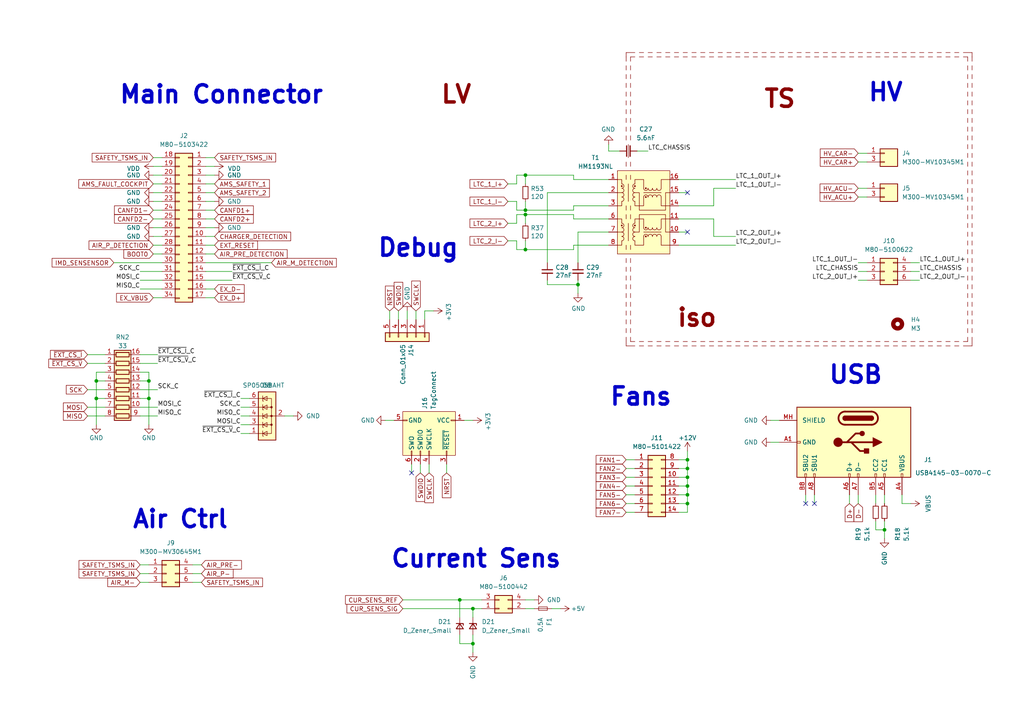
<source format=kicad_sch>
(kicad_sch (version 20230121) (generator eeschema)
  (paper "A4")
  (junction (at 27.94 110.49))
  (junction (at 152.4 62.23))
  (junction (at 152.4 50.8))
  (junction (at 167.64 82.55))
  (junction (at 199.39 143.51))
  (junction (at 199.39 146.05))
  (junction (at 43.18 115.57))
  (junction (at 152.4 72.39))
  (junction (at 43.18 110.49))
  (junction (at 137.16 176.53))
  (junction (at 199.39 138.43))
  (junction (at 133.35 173.99))
  (junction (at 137.16 186.69))
  (junction (at 199.39 135.89))
  (junction (at 199.39 133.35))
  (junction (at 256.54 153.67))
  (junction (at 199.39 140.97))
  (junction (at 152.4 60.96))
  (junction (at 27.94 115.57))
  (no_connect (at 119.38 137.16))
  (no_connect (at 236.22 146.05))
  (no_connect (at 233.68 146.05))
  (no_connect (at 199.39 67.31))
  (no_connect (at 199.39 55.88))
  (wire (pts (xy 154.94 173.99) (xy 152.4 173.99)))
  (polyline (pts (xy 226.06 16.51) (xy 227.33 16.51)) (stroke (width 0.15) (color 132 0 0 1)))
  (polyline (pts (xy 182.245 41.91) (xy 182.245 45.72)) (stroke (width 0.15) (color 132 0 0 1)))
  (wire (pts (xy 154.94 176.53) (xy 152.4 176.53)))
  (polyline (pts (xy 200.66 16.51) (xy 201.93 16.51)) (stroke (width 0.15) (color 132 0 0 1)))
  (polyline (pts (xy 181.61 36.83) (xy 181.61 38.1)) (stroke (width 0.15) (color 132 0 0 1)))
  (polyline (pts (xy 280.67 80.01) (xy 280.67 81.28)) (stroke (width 0.15) (color 132 0 0 1)))
  (polyline (pts (xy 276.86 16.51) (xy 278.13 16.51)) (stroke (width 0.15) (color 132 0 0 1)))
  (polyline (pts (xy 247.65 16.51) (xy 246.38 16.51)) (stroke (width 0.15) (color 132 0 0 1)))
  (polyline (pts (xy 281.94 77.47) (xy 281.94 78.74)) (stroke (width 0.15) (color 132 0 0 1)))
  (polyline (pts (xy 279.4 15.24) (xy 281.94 15.24)) (stroke (width 0.15) (color 132 0 0 1)))
  (wire (pts (xy 199.39 138.43) (xy 199.39 135.89)))
  (wire (pts (xy 152.4 60.96) (xy 166.37 60.96)))
  (polyline (pts (xy 281.94 58.42) (xy 281.94 57.15)) (stroke (width 0.15) (color 132 0 0 1)))
  (wire (pts (xy 213.36 52.07) (xy 196.85 52.07)))
  (polyline (pts (xy 189.23 99.06) (xy 187.96 99.06)) (stroke (width 0.15) (color 132 0 0 1)))
  (polyline (pts (xy 281.94 87.63) (xy 281.94 88.9)) (stroke (width 0.15) (color 132 0 0 1)))
  (polyline (pts (xy 204.47 99.06) (xy 203.2 99.06)) (stroke (width 0.15) (color 132 0 0 1)))
  (wire (pts (xy 152.4 53.34) (xy 152.4 50.8)))
  (wire (pts (xy 43.18 123.19) (xy 43.18 115.57)))
  (polyline (pts (xy 265.43 100.33) (xy 264.16 100.33)) (stroke (width 0.15) (color 132 0 0 1)))
  (polyline (pts (xy 247.65 15.24) (xy 246.38 15.24)) (stroke (width 0.15) (color 132 0 0 1)))
  (wire (pts (xy 256.54 151.13) (xy 256.54 153.67)))
  (polyline (pts (xy 245.11 16.51) (xy 243.84 16.51)) (stroke (width 0.15) (color 132 0 0 1)))
  (wire (pts (xy 167.64 67.31) (xy 176.53 67.31)))
  (wire (pts (xy 149.86 72.39) (xy 152.4 72.39)))
  (polyline (pts (xy 236.22 16.51) (xy 237.49 16.51)) (stroke (width 0.15) (color 132 0 0 1)))
  (wire (pts (xy 248.92 76.2) (xy 251.46 76.2)))
  (polyline (pts (xy 280.67 46.99) (xy 280.67 48.26)) (stroke (width 0.15) (color 132 0 0 1)))
  (polyline (pts (xy 194.31 100.33) (xy 193.04 100.33)) (stroke (width 0.15) (color 132 0 0 1)))
  (polyline (pts (xy 256.54 99.06) (xy 257.81 99.06)) (stroke (width 0.15) (color 132 0 0 1)))
  (wire (pts (xy 40.64 105.41) (xy 45.72 105.41)))
  (wire (pts (xy 248.92 143.51) (xy 248.92 146.05)))
  (wire (pts (xy 25.4 105.41) (xy 30.48 105.41)))
  (wire (pts (xy 59.69 68.58) (xy 62.23 68.58)))
  (wire (pts (xy 236.22 143.51) (xy 236.22 146.05)))
  (wire (pts (xy 199.39 143.51) (xy 196.85 143.51)))
  (polyline (pts (xy 281.94 36.83) (xy 281.94 38.1)) (stroke (width 0.15) (color 132 0 0 1)))
  (wire (pts (xy 133.35 173.99) (xy 133.35 179.07)))
  (polyline (pts (xy 281.94 17.78) (xy 281.94 16.51)) (stroke (width 0.15) (color 132 0 0 1)))
  (polyline (pts (xy 281.94 29.21) (xy 281.94 30.48)) (stroke (width 0.15) (color 132 0 0 1)))
  (polyline (pts (xy 281.94 34.29) (xy 281.94 35.56)) (stroke (width 0.15) (color 132 0 0 1)))
  (polyline (pts (xy 251.46 99.06) (xy 252.73 99.06)) (stroke (width 0.15) (color 132 0 0 1)))
  (wire (pts (xy 137.16 121.92) (xy 134.62 121.92)))
  (polyline (pts (xy 280.67 34.29) (xy 280.67 35.56)) (stroke (width 0.15) (color 132 0 0 1)))
  (wire (pts (xy 152.4 50.8) (xy 166.37 50.8)))
  (polyline (pts (xy 214.63 99.06) (xy 213.36 99.06)) (stroke (width 0.15) (color 132 0 0 1)))
  (polyline (pts (xy 280.67 20.32) (xy 280.67 19.05)) (stroke (width 0.15) (color 132 0 0 1)))
  (polyline (pts (xy 182.88 39.37) (xy 182.88 40.64)) (stroke (width 0.15) (color 132 0 0 1)))
  (polyline (pts (xy 189.23 16.51) (xy 187.96 16.51)) (stroke (width 0.15) (color 132 0 0 1)))
  (wire (pts (xy 44.45 68.58) (xy 46.99 68.58)))
  (wire (pts (xy 152.4 50.8) (xy 149.86 50.8)))
  (polyline (pts (xy 280.67 39.37) (xy 280.67 40.64)) (stroke (width 0.15) (color 132 0 0 1)))
  (polyline (pts (xy 181.61 90.17) (xy 181.61 91.44)) (stroke (width 0.15) (color 132 0 0 1)))
  (polyline (pts (xy 259.08 99.06) (xy 260.35 99.06)) (stroke (width 0.15) (color 132 0 0 1)))
  (polyline (pts (xy 280.67 68.58) (xy 280.67 67.31)) (stroke (width 0.15) (color 132 0 0 1)))
  (polyline (pts (xy 254 100.33) (xy 255.27 100.33)) (stroke (width 0.15) (color 132 0 0 1)))
  (polyline (pts (xy 259.08 100.33) (xy 260.35 100.33)) (stroke (width 0.15) (color 132 0 0 1)))
  (polyline (pts (xy 181.61 80.01) (xy 181.61 81.28)) (stroke (width 0.15) (color 132 0 0 1)))
  (polyline (pts (xy 189.23 100.33) (xy 187.96 100.33)) (stroke (width 0.15) (color 132 0 0 1)))
  (polyline (pts (xy 273.05 99.06) (xy 271.78 99.06)) (stroke (width 0.15) (color 132 0 0 1)))
  (wire (pts (xy 59.69 76.2) (xy 78.74 76.2)))
  (polyline (pts (xy 203.2 15.24) (xy 204.47 15.24)) (stroke (width 0.15) (color 132 0 0 1)))
  (polyline (pts (xy 280.67 27.94) (xy 280.67 26.67)) (stroke (width 0.15) (color 132 0 0 1)))
  (polyline (pts (xy 181.61 82.55) (xy 181.61 83.82)) (stroke (width 0.15) (color 132 0 0 1)))
  (wire (pts (xy 167.64 85.09) (xy 167.64 82.55)))
  (wire (pts (xy 158.75 55.88) (xy 176.53 55.88)))
  (wire (pts (xy 40.64 83.82) (xy 46.99 83.82)))
  (polyline (pts (xy 280.67 17.78) (xy 280.67 16.51)) (stroke (width 0.15) (color 132 0 0 1)))
  (wire (pts (xy 149.86 60.96) (xy 152.4 60.96)))
  (polyline (pts (xy 280.67 73.66) (xy 280.67 72.39)) (stroke (width 0.15) (color 132 0 0 1)))
  (polyline (pts (xy 280.67 63.5) (xy 280.67 62.23)) (stroke (width 0.15) (color 132 0 0 1)))
  (wire (pts (xy 199.39 138.43) (xy 196.85 138.43)))
  (polyline (pts (xy 280.67 92.71) (xy 280.67 93.98)) (stroke (width 0.15) (color 132 0 0 1)))
  (polyline (pts (xy 250.19 15.24) (xy 248.92 15.24)) (stroke (width 0.15) (color 132 0 0 1)))
  (wire (pts (xy 176.53 43.815) (xy 179.705 43.815)))
  (polyline (pts (xy 248.92 100.33) (xy 250.19 100.33)) (stroke (width 0.15) (color 132 0 0 1)))
  (polyline (pts (xy 238.76 99.06) (xy 240.03 99.06)) (stroke (width 0.15) (color 132 0 0 1)))
  (wire (pts (xy 40.64 115.57) (xy 43.18 115.57)))
  (polyline (pts (xy 196.85 99.06) (xy 195.58 99.06)) (stroke (width 0.15) (color 132 0 0 1)))
  (wire (pts (xy 40.64 166.37) (xy 43.18 166.37)))
  (polyline (pts (xy 181.61 100.33) (xy 184.15 100.33)) (stroke (width 0.15) (color 132 0 0 1)))
  (wire (pts (xy 133.35 186.69) (xy 137.16 186.69)))
  (polyline (pts (xy 281.94 46.99) (xy 281.94 48.26)) (stroke (width 0.15) (color 132 0 0 1)))
  (polyline (pts (xy 255.27 16.51) (xy 254 16.51)) (stroke (width 0.15) (color 132 0 0 1)))
  (polyline (pts (xy 280.67 77.47) (xy 280.67 78.74)) (stroke (width 0.15) (color 132 0 0 1)))
  (wire (pts (xy 223.52 128.27) (xy 226.06 128.27)))
  (wire (pts (xy 256.54 143.51) (xy 256.54 146.05)))
  (wire (pts (xy 137.16 176.53) (xy 139.7 176.53)))
  (polyline (pts (xy 181.61 85.09) (xy 181.61 86.36)) (stroke (width 0.15) (color 132 0 0 1)))
  (polyline (pts (xy 281.94 60.96) (xy 281.94 59.69)) (stroke (width 0.15) (color 132 0 0 1)))
  (wire (pts (xy 119.38 137.16) (xy 119.38 134.62)))
  (polyline (pts (xy 281.94 52.07) (xy 281.94 53.34)) (stroke (width 0.15) (color 132 0 0 1)))
  (polyline (pts (xy 280.67 25.4) (xy 280.67 24.13)) (stroke (width 0.15) (color 132 0 0 1)))
  (wire (pts (xy 207.01 59.69) (xy 207.01 54.61)))
  (polyline (pts (xy 186.69 100.33) (xy 185.42 100.33)) (stroke (width 0.15) (color 132 0 0 1)))
  (wire (pts (xy 149.86 58.42) (xy 147.32 58.42)))
  (polyline (pts (xy 181.61 95.25) (xy 181.61 96.52)) (stroke (width 0.15) (color 132 0 0 1)))
  (polyline (pts (xy 273.05 100.33) (xy 271.78 100.33)) (stroke (width 0.15) (color 132 0 0 1)))
  (wire (pts (xy 160.02 176.53) (xy 162.56 176.53)))
  (polyline (pts (xy 266.7 15.24) (xy 267.97 15.24)) (stroke (width 0.15) (color 132 0 0 1)))
  (wire (pts (xy 184.785 43.815) (xy 187.96 43.815)))
  (wire (pts (xy 266.7 78.74) (xy 264.16 78.74)))
  (wire (pts (xy 199.39 148.59) (xy 196.85 148.59)))
  (polyline (pts (xy 252.73 15.24) (xy 251.46 15.24)) (stroke (width 0.15) (color 132 0 0 1)))
  (polyline (pts (xy 266.7 99.06) (xy 267.97 99.06)) (stroke (width 0.15) (color 132 0 0 1)))
  (wire (pts (xy 196.85 63.5) (xy 207.01 63.5)))
  (wire (pts (xy 123.19 92.71) (xy 123.19 90.17)))
  (wire (pts (xy 44.45 53.34) (xy 46.99 53.34)))
  (polyline (pts (xy 281.94 16.51) (xy 281.94 15.24)) (stroke (width 0.15) (color 132 0 0 1)))
  (polyline (pts (xy 220.98 15.24) (xy 222.25 15.24)) (stroke (width 0.15) (color 132 0 0 1)))
  (wire (pts (xy 166.37 59.69) (xy 166.37 60.96)))
  (wire (pts (xy 44.45 66.04) (xy 46.99 66.04)))
  (polyline (pts (xy 236.22 99.06) (xy 237.49 99.06)) (stroke (width 0.15) (color 132 0 0 1)))
  (polyline (pts (xy 241.3 100.33) (xy 242.57 100.33)) (stroke (width 0.15) (color 132 0 0 1)))
  (wire (pts (xy 44.45 71.12) (xy 46.99 71.12)))
  (polyline (pts (xy 215.9 15.24) (xy 217.17 15.24)) (stroke (width 0.15) (color 132 0 0 1)))
  (polyline (pts (xy 181.61 15.24) (xy 184.15 15.24)) (stroke (width 0.15) (color 132 0 0 1)))
  (polyline (pts (xy 281.94 44.45) (xy 281.94 45.72)) (stroke (width 0.15) (color 132 0 0 1)))
  (polyline (pts (xy 280.67 87.63) (xy 280.67 88.9)) (stroke (width 0.15) (color 132 0 0 1)))
  (polyline (pts (xy 196.85 15.24) (xy 195.58 15.24)) (stroke (width 0.15) (color 132 0 0 1)))
  (wire (pts (xy 251.46 54.61) (xy 248.92 54.61)))
  (polyline (pts (xy 182.88 95.25) (xy 182.88 96.52)) (stroke (width 0.15) (color 132 0 0 1)))
  (wire (pts (xy 43.18 168.91) (xy 40.64 168.91)))
  (wire (pts (xy 40.64 81.28) (xy 46.99 81.28)))
  (wire (pts (xy 69.85 125.73) (xy 72.39 125.73)))
  (wire (pts (xy 166.37 63.5) (xy 176.53 63.5)))
  (polyline (pts (xy 280.67 52.07) (xy 280.67 53.34)) (stroke (width 0.15) (color 132 0 0 1)))
  (wire (pts (xy 40.64 78.74) (xy 46.99 78.74)))
  (polyline (pts (xy 280.67 58.42) (xy 280.67 57.15)) (stroke (width 0.15) (color 132 0 0 1)))
  (polyline (pts (xy 276.86 15.24) (xy 278.13 15.24)) (stroke (width 0.15) (color 132 0 0 1)))
  (polyline (pts (xy 280.67 74.93) (xy 280.67 76.2)) (stroke (width 0.15) (color 132 0 0 1)))
  (polyline (pts (xy 280.67 66.04) (xy 280.67 64.77)) (stroke (width 0.15) (color 132 0 0 1)))
  (polyline (pts (xy 281.94 68.58) (xy 281.94 67.31)) (stroke (width 0.15) (color 132 0 0 1)))
  (polyline (pts (xy 229.87 99.06) (xy 228.6 99.06)) (stroke (width 0.15) (color 132 0 0 1)))
  (wire (pts (xy 129.54 137.16) (xy 129.54 134.62)))
  (polyline (pts (xy 181.61 31.75) (xy 181.61 33.02)) (stroke (width 0.15) (color 132 0 0 1)))
  (wire (pts (xy 152.4 58.42) (xy 152.4 60.96)))
  (polyline (pts (xy 280.67 60.96) (xy 280.67 59.69)) (stroke (width 0.15) (color 132 0 0 1)))
  (polyline (pts (xy 181.61 29.21) (xy 181.61 30.48)) (stroke (width 0.15) (color 132 0 0 1)))
  (wire (pts (xy 199.39 135.89) (xy 199.39 133.35)))
  (polyline (pts (xy 181.61 77.47) (xy 181.61 78.74)) (stroke (width 0.15) (color 132 0 0 1)))
  (wire (pts (xy 184.15 143.51) (xy 181.61 143.51)))
  (polyline (pts (xy 252.73 16.51) (xy 251.46 16.51)) (stroke (width 0.15) (color 132 0 0 1)))
  (polyline (pts (xy 278.13 99.06) (xy 276.86 99.06)) (stroke (width 0.15) (color 132 0 0 1)))
  (polyline (pts (xy 266.7 16.51) (xy 267.97 16.51)) (stroke (width 0.15) (color 132 0 0 1)))
  (wire (pts (xy 184.15 138.43) (xy 181.61 138.43)))
  (polyline (pts (xy 181.61 92.71) (xy 181.61 93.98)) (stroke (width 0.15) (color 132 0 0 1)))
  (polyline (pts (xy 224.79 99.06) (xy 223.52 99.06)) (stroke (width 0.15) (color 132 0 0 1)))
  (polyline (pts (xy 269.24 16.51) (xy 270.51 16.51)) (stroke (width 0.15) (color 132 0 0 1)))
  (polyline (pts (xy 280.67 49.53) (xy 280.67 50.8)) (stroke (width 0.15) (color 132 0 0 1)))
  (wire (pts (xy 114.3 121.92) (xy 111.76 121.92)))
  (polyline (pts (xy 185.42 15.24) (xy 186.69 15.24)) (stroke (width 0.15) (color 132 0 0 1)))
  (polyline (pts (xy 274.32 99.06) (xy 275.59 99.06)) (stroke (width 0.15) (color 132 0 0 1)))
  (wire (pts (xy 55.88 163.83) (xy 58.42 163.83)))
  (wire (pts (xy 40.64 102.87) (xy 45.72 102.87)))
  (polyline (pts (xy 181.61 24.13) (xy 181.61 25.4)) (stroke (width 0.15) (color 132 0 0 1)))
  (polyline (pts (xy 182.88 90.17) (xy 182.88 91.44)) (stroke (width 0.15) (color 132 0 0 1)))
  (wire (pts (xy 59.69 66.04) (xy 62.23 66.04)))
  (wire (pts (xy 261.62 146.05) (xy 264.16 146.05)))
  (polyline (pts (xy 228.6 15.24) (xy 229.87 15.24)) (stroke (width 0.15) (color 132 0 0 1)))
  (wire (pts (xy 233.68 143.51) (xy 233.68 146.05)))
  (polyline (pts (xy 281.94 95.25) (xy 281.94 96.52)) (stroke (width 0.15) (color 132 0 0 1)))
  (wire (pts (xy 120.65 92.71) (xy 120.65 90.17)))
  (polyline (pts (xy 181.61 87.63) (xy 181.61 88.9)) (stroke (width 0.15) (color 132 0 0 1)))
  (polyline (pts (xy 250.19 16.51) (xy 248.92 16.51)) (stroke (width 0.15) (color 132 0 0 1)))
  (polyline (pts (xy 266.7 100.33) (xy 267.97 100.33)) (stroke (width 0.15) (color 132 0 0 1)))
  (polyline (pts (xy 182.88 22.86) (xy 182.88 21.59)) (stroke (width 0.15) (color 132 0 0 1)))
  (polyline (pts (xy 227.33 100.33) (xy 226.06 100.33)) (stroke (width 0.15) (color 132 0 0 1)))
  (wire (pts (xy 158.75 82.55) (xy 158.75 81.28)))
  (wire (pts (xy 59.69 45.72) (xy 62.23 45.72)))
  (polyline (pts (xy 181.61 22.86) (xy 181.61 21.59)) (stroke (width 0.15) (color 132 0 0 1)))
  (polyline (pts (xy 281.94 92.71) (xy 281.94 93.98)) (stroke (width 0.15) (color 132 0 0 1)))
  (polyline (pts (xy 191.77 99.06) (xy 190.5 99.06)) (stroke (width 0.15) (color 132 0 0 1)))
  (wire (pts (xy 207.01 68.58) (xy 213.36 68.58)))
  (polyline (pts (xy 280.67 41.91) (xy 280.67 43.18)) (stroke (width 0.15) (color 132 0 0 1)))
  (polyline (pts (xy 214.63 16.51) (xy 213.36 16.51)) (stroke (width 0.15) (color 132 0 0 1)))
  (wire (pts (xy 55.88 166.37) (xy 58.42 166.37)))
  (wire (pts (xy 46.99 55.88) (xy 44.45 55.88)))
  (polyline (pts (xy 242.57 16.51) (xy 241.3 16.51)) (stroke (width 0.15) (color 132 0 0 1)))
  (polyline (pts (xy 257.81 16.51) (xy 256.54 16.51)) (stroke (width 0.15) (color 132 0 0 1)))
  (wire (pts (xy 254 153.67) (xy 256.54 153.67)))
  (wire (pts (xy 123.19 90.17) (xy 125.73 90.17)))
  (wire (pts (xy 266.7 81.28) (xy 264.16 81.28)))
  (wire (pts (xy 133.35 173.99) (xy 139.7 173.99)))
  (polyline (pts (xy 274.32 15.24) (xy 275.59 15.24)) (stroke (width 0.15) (color 132 0 0 1)))
  (polyline (pts (xy 280.67 31.75) (xy 280.67 33.02)) (stroke (width 0.15) (color 132 0 0 1)))
  (wire (pts (xy 166.37 59.69) (xy 176.53 59.69)))
  (polyline (pts (xy 232.41 99.06) (xy 231.14 99.06)) (stroke (width 0.15) (color 132 0 0 1)))
  (polyline (pts (xy 280.67 54.61) (xy 280.67 55.88)) (stroke (width 0.15) (color 132 0 0 1)))
  (polyline (pts (xy 229.87 100.33) (xy 228.6 100.33)) (stroke (width 0.15) (color 132 0 0 1)))
  (wire (pts (xy 199.39 140.97) (xy 196.85 140.97)))
  (polyline (pts (xy 212.09 99.06) (xy 210.82 99.06)) (stroke (width 0.15) (color 132 0 0 1)))
  (wire (pts (xy 69.85 120.65) (xy 72.39 120.65)))
  (polyline (pts (xy 182.88 34.29) (xy 182.88 35.56)) (stroke (width 0.15) (color 132 0 0 1)))
  (polyline (pts (xy 242.57 15.24) (xy 241.3 15.24)) (stroke (width 0.15) (color 132 0 0 1)))
  (polyline (pts (xy 209.55 99.06) (xy 208.28 99.06)) (stroke (width 0.15) (color 132 0 0 1)))
  (wire (pts (xy 27.94 115.57) (xy 30.48 115.57)))
  (polyline (pts (xy 219.71 99.06) (xy 218.44 99.06)) (stroke (width 0.15) (color 132 0 0 1)))
  (polyline (pts (xy 274.32 100.33) (xy 275.59 100.33)) (stroke (width 0.15) (color 132 0 0 1)))
  (polyline (pts (xy 281.94 49.53) (xy 281.94 50.8)) (stroke (width 0.15) (color 132 0 0 1)))
  (polyline (pts (xy 269.24 15.24) (xy 270.51 15.24)) (stroke (width 0.15) (color 132 0 0 1)))
  (polyline (pts (xy 254 99.06) (xy 255.27 99.06)) (stroke (width 0.15) (color 132 0 0 1)))
  (wire (pts (xy 27.94 107.95) (xy 30.48 107.95)))
  (wire (pts (xy 207.01 54.61) (xy 213.36 54.61)))
  (wire (pts (xy 261.62 143.51) (xy 261.62 146.05)))
  (wire (pts (xy 152.4 62.23) (xy 152.4 64.77)))
  (wire (pts (xy 25.4 120.65) (xy 30.48 120.65)))
  (wire (pts (xy 59.69 78.74) (xy 67.31 78.74)))
  (wire (pts (xy 167.64 81.28) (xy 167.64 82.55)))
  (polyline (pts (xy 199.39 99.06) (xy 198.12 99.06)) (stroke (width 0.15) (color 132 0 0 1)))
  (polyline (pts (xy 280.67 44.45) (xy 280.67 45.72)) (stroke (width 0.15) (color 132 0 0 1)))
  (polyline (pts (xy 281.94 41.91) (xy 281.94 43.18)) (stroke (width 0.15) (color 132 0 0 1)))
  (wire (pts (xy 44.45 60.96) (xy 46.99 60.96)))
  (polyline (pts (xy 182.88 29.21) (xy 182.88 30.48)) (stroke (width 0.15) (color 132 0 0 1)))
  (polyline (pts (xy 262.89 99.06) (xy 261.62 99.06)) (stroke (width 0.15) (color 132 0 0 1)))
  (polyline (pts (xy 246.38 100.33) (xy 247.65 100.33)) (stroke (width 0.15) (color 132 0 0 1)))
  (polyline (pts (xy 224.79 100.33) (xy 223.52 100.33)) (stroke (width 0.15) (color 132 0 0 1)))
  (wire (pts (xy 166.37 72.39) (xy 166.37 71.12)))
  (polyline (pts (xy 227.33 99.06) (xy 226.06 99.06)) (stroke (width 0.15) (color 132 0 0 1)))
  (polyline (pts (xy 207.01 99.06) (xy 205.74 99.06)) (stroke (width 0.15) (color 132 0 0 1)))
  (polyline (pts (xy 246.38 99.06) (xy 247.65 99.06)) (stroke (width 0.15) (color 132 0 0 1)))
  (polyline (pts (xy 274.32 16.51) (xy 275.59 16.51)) (stroke (width 0.15) (color 132 0 0 1)))
  (wire (pts (xy 118.11 90.17) (xy 118.11 92.71)))
  (wire (pts (xy 251.46 46.99) (xy 248.92 46.99)))
  (wire (pts (xy 152.4 62.23) (xy 166.37 62.23)))
  (polyline (pts (xy 262.89 15.24) (xy 261.62 15.24)) (stroke (width 0.15) (color 132 0 0 1)))
  (wire (pts (xy 69.85 118.11) (xy 72.39 118.11)))
  (wire (pts (xy 152.4 72.39) (xy 152.4 69.85)))
  (wire (pts (xy 152.4 72.39) (xy 166.37 72.39)))
  (wire (pts (xy 137.16 186.69) (xy 137.16 184.15)))
  (wire (pts (xy 226.06 121.92) (xy 223.52 121.92)))
  (wire (pts (xy 121.92 137.16) (xy 121.92 134.62)))
  (polyline (pts (xy 204.47 100.33) (xy 203.2 100.33)) (stroke (width 0.15) (color 132 0 0 1)))
  (polyline (pts (xy 240.03 16.51) (xy 238.76 16.51)) (stroke (width 0.15) (color 132 0 0 1)))
  (wire (pts (xy 266.7 76.2) (xy 264.16 76.2)))
  (polyline (pts (xy 190.5 16.51) (xy 191.77 16.51)) (stroke (width 0.15) (color 132 0 0 1)))
  (wire (pts (xy 166.37 52.07) (xy 166.37 50.8)))
  (polyline (pts (xy 279.4 16.51) (xy 280.67 16.51)) (stroke (width 0.15) (color 132 0 0 1)))
  (polyline (pts (xy 182.88 46.99) (xy 182.88 48.26)) (stroke (width 0.15) (color 132 0 0 1)))
  (wire (pts (xy 44.45 73.66) (xy 46.99 73.66)))
  (polyline (pts (xy 281.94 74.93) (xy 281.94 76.2)) (stroke (width 0.15) (color 132 0 0 1)))
  (polyline (pts (xy 181.61 20.32) (xy 181.61 19.05)) (stroke (width 0.15) (color 132 0 0 1)))
  (wire (pts (xy 115.57 92.71) (xy 115.57 90.17)))
  (wire (pts (xy 199.39 143.51) (xy 199.39 146.05)))
  (polyline (pts (xy 201.93 99.06) (xy 200.66 99.06)) (stroke (width 0.15) (color 132 0 0 1)))
  (polyline (pts (xy 219.71 100.33) (xy 218.44 100.33)) (stroke (width 0.15) (color 132 0 0 1)))
  (polyline (pts (xy 232.41 15.24) (xy 231.14 15.24)) (stroke (width 0.15) (color 132 0 0 1)))
  (polyline (pts (xy 233.68 16.51) (xy 234.95 16.51)) (stroke (width 0.15) (color 132 0 0 1)))
  (wire (pts (xy 59.69 86.36) (xy 62.23 86.36)))
  (polyline (pts (xy 182.88 82.55) (xy 182.88 83.82)) (stroke (width 0.15) (color 132 0 0 1)))
  (polyline (pts (xy 191.77 100.33) (xy 190.5 100.33)) (stroke (width 0.15) (color 132 0 0 1)))
  (wire (pts (xy 254 151.13) (xy 254 153.67)))
  (wire (pts (xy 44.45 45.72) (xy 46.99 45.72)))
  (wire (pts (xy 43.18 115.57) (xy 43.18 110.49)))
  (polyline (pts (xy 262.89 100.33) (xy 261.62 100.33)) (stroke (width 0.15) (color 132 0 0 1)))
  (wire (pts (xy 59.69 63.5) (xy 62.23 63.5)))
  (polyline (pts (xy 233.68 15.24) (xy 234.95 15.24)) (stroke (width 0.15) (color 132 0 0 1)))
  (wire (pts (xy 176.53 41.91) (xy 176.53 43.815)))
  (polyline (pts (xy 281.94 97.79) (xy 281.94 100.33)) (stroke (width 0.15) (color 132 0 0 1)))
  (polyline (pts (xy 281.94 54.61) (xy 281.94 55.88)) (stroke (width 0.15) (color 132 0 0 1)))
  (polyline (pts (xy 251.46 100.33) (xy 252.73 100.33)) (stroke (width 0.15) (color 132 0 0 1)))
  (polyline (pts (xy 214.63 100.33) (xy 213.36 100.33)) (stroke (width 0.15) (color 132 0 0 1)))
  (wire (pts (xy 147.32 64.77) (xy 149.86 64.77)))
  (wire (pts (xy 116.84 176.53) (xy 137.16 176.53)))
  (polyline (pts (xy 240.03 15.24) (xy 238.76 15.24)) (stroke (width 0.15) (color 132 0 0 1)))
  (polyline (pts (xy 281.94 27.94) (xy 281.94 26.67)) (stroke (width 0.15) (color 132 0 0 1)))
  (polyline (pts (xy 182.88 26.67) (xy 182.88 27.94)) (stroke (width 0.15) (color 132 0 0 1)))
  (polyline (pts (xy 182.88 87.63) (xy 182.88 88.9)) (stroke (width 0.15) (color 132 0 0 1)))
  (wire (pts (xy 59.69 58.42) (xy 62.23 58.42)))
  (polyline (pts (xy 210.82 15.24) (xy 212.09 15.24)) (stroke (width 0.15) (color 132 0 0 1)))
  (wire (pts (xy 59.69 55.88) (xy 62.23 55.88)))
  (polyline (pts (xy 260.35 16.51) (xy 259.08 16.51)) (stroke (width 0.15) (color 132 0 0 1)))
  (wire (pts (xy 44.45 50.8) (xy 46.99 50.8)))
  (polyline (pts (xy 248.92 99.06) (xy 250.19 99.06)) (stroke (width 0.15) (color 132 0 0 1)))
  (wire (pts (xy 59.69 83.82) (xy 62.23 83.82)))
  (polyline (pts (xy 182.88 97.79) (xy 182.88 99.06)) (stroke (width 0.15) (color 132 0 0 1)))
  (polyline (pts (xy 207.01 16.51) (xy 205.74 16.51)) (stroke (width 0.15) (color 132 0 0 1)))
  (wire (pts (xy 113.03 92.71) (xy 113.03 90.17)))
  (wire (pts (xy 196.85 71.12) (xy 213.36 71.12)))
  (wire (pts (xy 149.86 50.8) (xy 149.86 53.34)))
  (polyline (pts (xy 182.88 36.83) (xy 182.88 38.1)) (stroke (width 0.15) (color 132 0 0 1)))
  (polyline (pts (xy 256.54 100.33) (xy 257.81 100.33)) (stroke (width 0.15) (color 132 0 0 1)))
  (polyline (pts (xy 209.55 100.33) (xy 208.28 100.33)) (stroke (width 0.15) (color 132 0 0 1)))
  (wire (pts (xy 40.64 110.49) (xy 43.18 110.49)))
  (polyline (pts (xy 255.27 15.24) (xy 254 15.24)) (stroke (width 0.15) (color 132 0 0 1)))
  (wire (pts (xy 184.15 133.35) (xy 181.61 133.35)))
  (wire (pts (xy 184.15 140.97) (xy 181.61 140.97)))
  (polyline (pts (xy 182.88 16.51) (xy 184.15 16.51)) (stroke (width 0.15) (color 132 0 0 1)))
  (wire (pts (xy 25.4 113.03) (xy 30.48 113.03)))
  (polyline (pts (xy 182.88 77.47) (xy 182.88 78.74)) (stroke (width 0.15) (color 132 0 0 1)))
  (polyline (pts (xy 218.44 15.24) (xy 219.71 15.24)) (stroke (width 0.15) (color 132 0 0 1)))
  (wire (pts (xy 196.85 59.69) (xy 207.01 59.69)))
  (polyline (pts (xy 241.3 99.06) (xy 242.57 99.06)) (stroke (width 0.15) (color 132 0 0 1)))
  (polyline (pts (xy 281.94 39.37) (xy 281.94 40.64)) (stroke (width 0.15) (color 132 0 0 1)))
  (polyline (pts (xy 278.13 100.33) (xy 276.86 100.33)) (stroke (width 0.15) (color 132 0 0 1)))
  (wire (pts (xy 149.86 53.34) (xy 147.32 53.34)))
  (polyline (pts (xy 280.67 97.79) (xy 280.67 99.06)) (stroke (width 0.15) (color 132 0 0 1)))
  (polyline (pts (xy 181.61 26.67) (xy 181.61 27.94)) (stroke (width 0.15) (color 132 0 0 1)))
  (polyline (pts (xy 194.31 99.06) (xy 193.04 99.06)) (stroke (width 0.15) (color 132 0 0 1)))
  (polyline (pts (xy 181.61 16.51) (xy 181.61 15.24)) (stroke (width 0.15) (color 132 0 0 1)))
  (wire (pts (xy 167.64 67.31) (xy 167.64 76.2)))
  (wire (pts (xy 149.86 69.85) (xy 149.86 72.39)))
  (wire (pts (xy 133.35 184.15) (xy 133.35 186.69)))
  (polyline (pts (xy 232.41 100.33) (xy 231.14 100.33)) (stroke (width 0.15) (color 132 0 0 1)))
  (polyline (pts (xy 243.84 100.33) (xy 245.11 100.33)) (stroke (width 0.15) (color 132 0 0 1)))
  (polyline (pts (xy 186.69 99.06) (xy 185.42 99.06)) (stroke (width 0.15) (color 132 0 0 1)))
  (wire (pts (xy 82.55 120.65) (xy 85.09 120.65)))
  (polyline (pts (xy 198.12 15.24) (xy 199.39 15.24)) (stroke (width 0.15) (color 132 0 0 1)))
  (polyline (pts (xy 215.9 16.51) (xy 217.17 16.51)) (stroke (width 0.15) (color 132 0 0 1)))
  (polyline (pts (xy 218.44 16.51) (xy 219.71 16.51)) (stroke (width 0.15) (color 132 0 0 1)))
  (wire (pts (xy 147.32 69.85) (xy 149.86 69.85)))
  (wire (pts (xy 40.64 120.65) (xy 45.72 120.65)))
  (wire (pts (xy 199.39 67.31) (xy 196.85 67.31)))
  (wire (pts (xy 248.92 78.74) (xy 251.46 78.74)))
  (wire (pts (xy 149.86 58.42) (xy 149.86 60.96)))
  (polyline (pts (xy 280.67 29.21) (xy 280.67 30.48)) (stroke (width 0.15) (color 132 0 0 1)))
  (polyline (pts (xy 182.88 92.71) (xy 182.88 93.98)) (stroke (width 0.15) (color 132 0 0 1)))
  (wire (pts (xy 248.92 57.15) (xy 251.46 57.15)))
  (polyline (pts (xy 281.94 73.66) (xy 281.94 72.39)) (stroke (width 0.15) (color 132 0 0 1)))
  (polyline (pts (xy 281.94 71.12) (xy 281.94 69.85)) (stroke (width 0.15) (color 132 0 0 1)))
  (polyline (pts (xy 220.98 16.51) (xy 222.25 16.51)) (stroke (width 0.15) (color 132 0 0 1)))
  (wire (pts (xy 158.75 82.55) (xy 167.64 82.55)))
  (wire (pts (xy 256.54 153.67) (xy 256.54 156.21)))
  (polyline (pts (xy 270.51 99.06) (xy 269.24 99.06)) (stroke (width 0.15) (color 132 0 0 1)))
  (wire (pts (xy 43.18 110.49) (xy 43.18 107.95)))
  (polyline (pts (xy 280.67 90.17) (xy 280.67 91.44)) (stroke (width 0.15) (color 132 0 0 1)))
  (polyline (pts (xy 181.61 74.93) (xy 181.61 76.2)) (stroke (width 0.15) (color 132 0 0 1)))
  (wire (pts (xy 199.39 55.88) (xy 196.85 55.88)))
  (wire (pts (xy 199.39 138.43) (xy 199.39 140.97)))
  (polyline (pts (xy 271.78 16.51) (xy 273.05 16.51)) (stroke (width 0.15) (color 132 0 0 1)))
  (wire (pts (xy 25.4 118.11) (xy 30.48 118.11)))
  (wire (pts (xy 246.38 143.51) (xy 246.38 146.05)))
  (polyline (pts (xy 279.4 99.06) (xy 280.67 99.06)) (stroke (width 0.15) (color 132 0 0 1)))
  (wire (pts (xy 199.39 135.89) (xy 196.85 135.89)))
  (polyline (pts (xy 196.85 16.51) (xy 195.58 16.51)) (stroke (width 0.15) (color 132 0 0 1)))
  (polyline (pts (xy 182.88 20.32) (xy 182.88 19.05)) (stroke (width 0.15) (color 132 0 0 1)))
  (polyline (pts (xy 243.84 99.06) (xy 245.11 99.06)) (stroke (width 0.15) (color 132 0 0 1)))
  (polyline (pts (xy 224.79 15.24) (xy 223.52 15.24)) (stroke (width 0.15) (color 132 0 0 1)))
  (polyline (pts (xy 199.39 100.33) (xy 198.12 100.33)) (stroke (width 0.15) (color 132 0 0 1)))
  (wire (pts (xy 254 143.51) (xy 254 146.05)))
  (wire (pts (xy 124.46 137.16) (xy 124.46 134.62)))
  (polyline (pts (xy 210.82 16.51) (xy 212.09 16.51)) (stroke (width 0.15) (color 132 0 0 1)))
  (polyline (pts (xy 182.88 85.09) (xy 182.88 86.36)) (stroke (width 0.15) (color 132 0 0 1)))
  (wire (pts (xy 59.69 60.96) (xy 62.23 60.96)))
  (polyline (pts (xy 196.85 100.33) (xy 195.58 100.33)) (stroke (width 0.15) (color 132 0 0 1)))
  (polyline (pts (xy 217.17 100.33) (xy 215.9 100.33)) (stroke (width 0.15) (color 132 0 0 1)))
  (polyline (pts (xy 182.88 74.93) (xy 182.88 76.2)) (stroke (width 0.15) (color 132 0 0 1)))
  (wire (pts (xy 158.75 55.88) (xy 158.75 76.2)))
  (wire (pts (xy 248.92 81.28) (xy 251.46 81.28)))
  (wire (pts (xy 251.46 44.45) (xy 248.92 44.45)))
  (polyline (pts (xy 190.5 15.24) (xy 191.77 15.24)) (stroke (width 0.15) (color 132 0 0 1)))
  (wire (pts (xy 207.01 63.5) (xy 207.01 68.58)))
  (polyline (pts (xy 214.63 15.24) (xy 213.36 15.24)) (stroke (width 0.15) (color 132 0 0 1)))
  (polyline (pts (xy 271.78 15.24) (xy 273.05 15.24)) (stroke (width 0.15) (color 132 0 0 1)))
  (wire (pts (xy 27.94 110.49) (xy 30.48 110.49)))
  (polyline (pts (xy 181.61 46.99) (xy 181.61 48.26)) (stroke (width 0.15) (color 132 0 0 1)))
  (polyline (pts (xy 182.88 80.01) (xy 182.88 81.28)) (stroke (width 0.15) (color 132 0 0 1)))
  (wire (pts (xy 27.94 123.19) (xy 27.94 115.57)))
  (wire (pts (xy 27.94 115.57) (xy 27.94 110.49)))
  (polyline (pts (xy 281.94 66.04) (xy 281.94 64.77)) (stroke (width 0.15) (color 132 0 0 1)))
  (polyline (pts (xy 280.67 82.55) (xy 280.67 83.82)) (stroke (width 0.15) (color 132 0 0 1)))
  (polyline (pts (xy 270.51 100.33) (xy 269.24 100.33)) (stroke (width 0.15) (color 132 0 0 1)))
  (wire (pts (xy 59.69 50.8) (xy 62.23 50.8)))
  (polyline (pts (xy 233.68 100.33) (xy 234.95 100.33)) (stroke (width 0.15) (color 132 0 0 1)))
  (wire (pts (xy 58.42 168.91) (xy 55.88 168.91)))
  (polyline (pts (xy 281.94 63.5) (xy 281.94 62.23)) (stroke (width 0.15) (color 132 0 0 1)))
  (wire (pts (xy 199.39 140.97) (xy 199.39 143.51)))
  (polyline (pts (xy 184.15 99.06) (xy 182.88 99.06)) (stroke (width 0.15) (color 132 0 0 1)))
  (wire (pts (xy 59.69 71.12) (xy 62.23 71.12)))
  (polyline (pts (xy 281.94 90.17) (xy 281.94 91.44)) (stroke (width 0.15) (color 132 0 0 1)))
  (polyline (pts (xy 189.23 15.24) (xy 187.96 15.24)) (stroke (width 0.15) (color 132 0 0 1)))
  (polyline (pts (xy 201.93 100.33) (xy 200.66 100.33)) (stroke (width 0.15) (color 132 0 0 1)))
  (wire (pts (xy 199.39 146.05) (xy 196.85 146.05)))
  (polyline (pts (xy 193.04 16.51) (xy 194.31 16.51)) (stroke (width 0.15) (color 132 0 0 1)))
  (polyline (pts (xy 222.25 100.33) (xy 220.98 100.33)) (stroke (width 0.15) (color 132 0 0 1)))
  (polyline (pts (xy 280.67 36.83) (xy 280.67 38.1)) (stroke (width 0.15) (color 132 0 0 1)))
  (wire (pts (xy 43.18 107.95) (xy 40.64 107.95)))
  (wire (pts (xy 59.69 73.66) (xy 62.23 73.66)))
  (polyline (pts (xy 200.66 15.24) (xy 201.93 15.24)) (stroke (width 0.15) (color 132 0 0 1)))
  (polyline (pts (xy 236.22 100.33) (xy 237.49 100.33)) (stroke (width 0.15) (color 132 0 0 1)))
  (wire (pts (xy 166.37 71.12) (xy 176.53 71.12)))
  (polyline (pts (xy 265.43 99.06) (xy 264.16 99.06)) (stroke (width 0.15) (color 132 0 0 1)))
  (polyline (pts (xy 208.28 15.24) (xy 209.55 15.24)) (stroke (width 0.15) (color 132 0 0 1)))
  (polyline (pts (xy 279.4 100.33) (xy 281.94 100.33)) (stroke (width 0.15) (color 132 0 0 1)))
  (polyline (pts (xy 280.67 22.86) (xy 280.67 21.59)) (stroke (width 0.15) (color 132 0 0 1)))
  (wire (pts (xy 69.85 123.19) (xy 72.39 123.19)))
  (wire (pts (xy 40.64 118.11) (xy 45.72 118.11)))
  (polyline (pts (xy 193.04 15.24) (xy 194.31 15.24)) (stroke (width 0.15) (color 132 0 0 1)))
  (polyline (pts (xy 280.67 95.25) (xy 280.67 96.52)) (stroke (width 0.15) (color 132 0 0 1)))
  (polyline (pts (xy 236.22 15.24) (xy 237.49 15.24)) (stroke (width 0.15) (color 132 0 0 1)))
  (polyline (pts (xy 207.01 100.33) (xy 205.74 100.33)) (stroke (width 0.15) (color 132 0 0 1)))
  (polyline (pts (xy 281.94 82.55) (xy 281.94 83.82)) (stroke (width 0.15) (color 132 0 0 1)))
  (polyline (pts (xy 281.94 25.4) (xy 281.94 24.13)) (stroke (width 0.15) (color 132 0 0 1)))
  (wire (pts (xy 184.15 148.59) (xy 181.61 148.59)))
  (wire (pts (xy 59.69 81.28) (xy 67.31 81.28)))
  (wire (pts (xy 149.86 64.77) (xy 149.86 62.23)))
  (polyline (pts (xy 280.67 71.12) (xy 280.67 69.85)) (stroke (width 0.15) (color 132 0 0 1)))
  (polyline (pts (xy 265.43 16.51) (xy 264.16 16.51)) (stroke (width 0.15) (color 132 0 0 1)))
  (polyline (pts (xy 281.94 22.86) (xy 281.94 21.59)) (stroke (width 0.15) (color 132 0 0 1)))
  (wire (pts (xy 59.69 48.26) (xy 62.23 48.26)))
  (polyline (pts (xy 208.28 16.51) (xy 209.55 16.51)) (stroke (width 0.15) (color 132 0 0 1)))
  (wire (pts (xy 44.45 58.42) (xy 46.99 58.42)))
  (polyline (pts (xy 181.61 97.79) (xy 181.61 100.33)) (stroke (width 0.15) (color 132 0 0 1)))
  (polyline (pts (xy 281.94 20.32) (xy 281.94 19.05)) (stroke (width 0.15) (color 132 0 0 1)))
  (polyline (pts (xy 233.68 99.06) (xy 234.95 99.06)) (stroke (width 0.15) (color 132 0 0 1)))
  (wire (pts (xy 33.02 76.2) (xy 46.99 76.2)))
  (polyline (pts (xy 181.61 34.29) (xy 181.61 35.56)) (stroke (width 0.15) (color 132 0 0 1)))
  (polyline (pts (xy 265.43 15.24) (xy 264.16 15.24)) (stroke (width 0.15) (color 132 0 0 1)))
  (wire (pts (xy 44.45 63.5) (xy 46.99 63.5)))
  (polyline (pts (xy 185.42 16.51) (xy 186.69 16.51)) (stroke (width 0.15) (color 132 0 0 1)))
  (polyline (pts (xy 245.11 15.24) (xy 243.84 15.24)) (stroke (width 0.15) (color 132 0 0 1)))
  (wire (pts (xy 40.64 113.03) (xy 45.72 113.03)))
  (wire (pts (xy 137.16 186.69) (xy 137.16 189.23)))
  (polyline (pts (xy 181.61 17.78) (xy 181.61 16.51)) (stroke (width 0.15) (color 132 0 0 1)))
  (wire (pts (xy 116.84 173.99) (xy 133.35 173.99)))
  (polyline (pts (xy 226.06 15.24) (xy 227.33 15.24)) (stroke (width 0.15) (color 132 0 0 1)))
  (polyline (pts (xy 238.76 100.33) (xy 240.03 100.33)) (stroke (width 0.15) (color 132 0 0 1)))
  (polyline (pts (xy 217.17 99.06) (xy 215.9 99.06)) (stroke (width 0.15) (color 132 0 0 1)))
  (polyline (pts (xy 198.12 16.51) (xy 199.39 16.51)) (stroke (width 0.15) (color 132 0 0 1)))
  (wire (pts (xy 184.15 146.05) (xy 181.61 146.05)))
  (polyline (pts (xy 212.09 100.33) (xy 210.82 100.33)) (stroke (width 0.15) (color 132 0 0 1)))
  (polyline (pts (xy 257.81 15.24) (xy 256.54 15.24)) (stroke (width 0.15) (color 132 0 0 1)))
  (wire (pts (xy 46.99 86.36) (xy 44.45 86.36)))
  (wire (pts (xy 199.39 133.35) (xy 196.85 133.35)))
  (polyline (pts (xy 182.88 24.13) (xy 182.88 25.4)) (stroke (width 0.15) (color 132 0 0 1)))
  (wire (pts (xy 166.37 63.5) (xy 166.37 62.23)))
  (polyline (pts (xy 232.41 16.51) (xy 231.14 16.51)) (stroke (width 0.15) (color 132 0 0 1)))
  (polyline (pts (xy 228.6 16.51) (xy 229.87 16.51)) (stroke (width 0.15) (color 132 0 0 1)))
  (polyline (pts (xy 207.01 15.24) (xy 205.74 15.24)) (stroke (width 0.15) (color 132 0 0 1)))
  (polyline (pts (xy 280.67 85.09) (xy 280.67 86.36)) (stroke (width 0.15) (color 132 0 0 1)))
  (wire (pts (xy 199.39 148.59) (xy 199.39 146.05)))
  (wire (pts (xy 40.64 163.83) (xy 43.18 163.83)))
  (wire (pts (xy 166.37 52.07) (xy 176.53 52.07)))
  (wire (pts (xy 27.94 110.49) (xy 27.94 107.95)))
  (polyline (pts (xy 281.94 80.01) (xy 281.94 81.28)) (stroke (width 0.15) (color 132 0 0 1)))
  (wire (pts (xy 69.85 115.57) (xy 72.39 115.57)))
  (polyline (pts (xy 182.88 17.78) (xy 182.88 16.51)) (stroke (width 0.15) (color 132 0 0 1)))
  (polyline (pts (xy 260.35 15.24) (xy 259.08 15.24)) (stroke (width 0.15) (color 132 0 0 1)))
  (wire (pts (xy 25.4 102.87) (xy 30.48 102.87)))
  (wire (pts (xy 59.69 53.34) (xy 62.23 53.34)))
  (wire (pts (xy 181.61 135.89) (xy 184.15 135.89)))
  (polyline (pts (xy 181.61 39.37) (xy 181.61 40.64)) (stroke (width 0.15) (color 132 0 0 1)))
  (wire (pts (xy 137.16 176.53) (xy 137.16 179.07)))
  (polyline (pts (xy 182.88 31.75) (xy 182.88 33.02)) (stroke (width 0.15) (color 132 0 0 1)))
  (wire (pts (xy 199.39 130.81) (xy 199.39 133.35)))
  (polyline (pts (xy 203.2 16.51) (xy 204.47 16.51)) (stroke (width 0.15) (color 132 0 0 1)))
  (wire (pts (xy 44.45 48.26) (xy 46.99 48.26)))
  (polyline (pts (xy 262.89 16.51) (xy 261.62 16.51)) (stroke (width 0.15) (color 132 0 0 1)))
  (polyline (pts (xy 281.94 31.75) (xy 281.94 33.02)) (stroke (width 0.15) (color 132 0 0 1)))
  (polyline (pts (xy 224.79 16.51) (xy 223.52 16.51)) (stroke (width 0.15) (color 132 0 0 1)))
  (polyline (pts (xy 281.94 85.09) (xy 281.94 86.36)) (stroke (width 0.15) (color 132 0 0 1)))
  (polyline (pts (xy 222.25 99.06) (xy 220.98 99.06)) (stroke (width 0.15) (color 132 0 0 1)))
  (wire (pts (xy 149.86 62.23) (xy 152.4 62.23)))
  (text "Current Sens" (at 113.03 165.1 0) (effects (font (size 5 5) (thickness 1) bold) (justify left bottom)))
  (text "iso\n" (at 208.28 95.25 0) (effects (font (size 5 5) (thickness 1) bold) (justify right bottom)))
  (text "Main Connector" (at 34.29 30.48 0) (effects (font (size 5 5) (thickness 1) bold) (justify left bottom)))
  (text "TS" (at 231.14 31.75 0) (effects (font (size 5 5) (thickness 1) bold) (justify right bottom)))
  (text "LV" (at 137.16 30.48 0) (effects (font (size 5 5) (thickness 1) bold) (justify right bottom)))
  (text "USB" (at 240.03 111.76 0) (effects (font (size 5 5) (thickness 1) bold) (justify left bottom)))
  (text "Fans" (at 176.53 118.11 0) (effects (font (size 5 5) (thickness 1) bold) (justify left bottom)))
  (text "Air Ctrl" (at 38.1 153.67 0) (effects (font (size 5 5) (thickness 1) bold) (justify left bottom)))
  (text "Debug" (at 109.22 74.93 0) (effects (font (size 5 5) (thickness 1) bold) (justify left bottom)))
  (text "HV" (at 251.46 29.845 0) (effects (font (size 5 5) (thickness 1) bold) (justify left bottom)))
  (label "LTC_2_OUT_I+" (at 248.92 81.28 180))
  (label "~{EXT_CS_V}_C" (at 45.72 105.41 0))
  (label "~{EXT_CS_I}_C" (at 69.85 115.57 180))
  (label "LTC_2_OUT_I+" (at 213.36 68.58 0))
  (label "LTC_CHASSIS" (at 266.7 78.74 0))
  (label "MISO_C" (at 45.72 120.65 0))
  (label "MISO_C" (at 40.64 83.82 180))
  (label "LTC_1_OUT_I-" (at 213.36 54.61 0))
  (label "MOSI_C" (at 40.64 81.28 180))
  (label "LTC_1_OUT_I+" (at 213.36 52.07 0))
  (label "LTC_2_OUT_I-" (at 266.7 81.28 0))
  (label "MISO_C" (at 69.85 120.65 180))
  (label "~{EXT_CS_I}_C" (at 45.72 102.87 0))
  (label "LTC_1_OUT_I+" (at 266.7 76.2 0))
  (label "LTC_1_OUT_I-" (at 248.92 76.2 180))
  (label "MOSI_C" (at 69.85 123.19 180))
  (label "~{EXT_CS_I}_C" (at 67.31 78.74 0))
  (label "LTC_2_OUT_I-" (at 213.36 71.12 0))
  (label "~{EXT_CS_V}_C" (at 69.85 125.73 180))
  (label "~{EXT_CS_V}_C" (at 67.31 81.28 0))
  (label "MOSI_C" (at 45.72 118.11 0))
  (label "SCK_C" (at 45.72 113.03 0))
  (label "SCK_C" (at 69.85 118.11 180))
  (label "SCK_C" (at 40.64 78.74 180))
  (label "LTC_CHASSIS" (at 248.92 78.74 180))
  (label "LTC_CHASSIS" (at 187.96 43.815 0))
  (global_label "AIR_PRE-" (shape input) (at 58.42 163.83 0) (property "Intersheetrefs" "${INTERSHEET_REFS}" (effects hide)))
  (global_label "CANFD2+" (shape input) (at 62.23 63.5 0) (property "Intersheetrefs" "${INTERSHEET_REFS}" (effects hide)))
  (global_label "HV_ACU-" (shape input) (at 248.92 54.61 180) (property "Intersheetrefs" "${INTERSHEET_REFS}" (effects hide)))
  (global_label "SAFETY_TSMS_IN" (shape input) (at 58.42 168.91 0) (property "Intersheetrefs" "${INTERSHEET_REFS}" (effects hide)))
  (global_label "NRST" (shape input) (at 113.03 90.17 90) (property "Intersheetrefs" "${INTERSHEET_REFS}" (effects hide)))
  (global_label "SAFETY_TSMS_IN" (shape input) (at 40.64 166.37 180) (property "Intersheetrefs" "${INTERSHEET_REFS}" (effects hide)))
  (global_label "FAN7-" (shape input) (at 181.61 148.59 180) (property "Intersheetrefs" "${INTERSHEET_REFS}" (effects hide)))
  (global_label "SWCLK" (shape input) (at 124.46 137.16 270) (property "Intersheetrefs" "${INTERSHEET_REFS}" (effects hide)))
  (global_label "FAN1-" (shape input) (at 181.61 133.35 180) (property "Intersheetrefs" "${INTERSHEET_REFS}" (effects hide)))
  (global_label "SWDIO" (shape input) (at 121.92 137.16 270) (property "Intersheetrefs" "${INTERSHEET_REFS}" (effects hide)))
  (global_label "AIR_P-" (shape input) (at 58.42 166.37 0) (property "Intersheetrefs" "${INTERSHEET_REFS}" (effects hide)))
  (global_label "CANFD1+" (shape input) (at 62.23 60.96 0) (property "Intersheetrefs" "${INTERSHEET_REFS}" (effects hide)))
  (global_label "FAN6-" (shape input) (at 181.61 146.05 180) (property "Intersheetrefs" "${INTERSHEET_REFS}" (effects hide)))
  (global_label "LTC_2_I-" (shape input) (at 147.32 69.85 180) (property "Intersheetrefs" "${INTERSHEET_REFS}" (effects hide)))
  (global_label "AIR_M_DETECTION" (shape input) (at 78.74 76.2 0) (property "Intersheetrefs" "${INTERSHEET_REFS}" (effects hide)))
  (global_label "LTC_1_I+" (shape input) (at 147.32 53.34 180) (property "Intersheetrefs" "${INTERSHEET_REFS}" (effects hide)))
  (global_label "CANFD1-" (shape input) (at 44.45 60.96 180) (property "Intersheetrefs" "${INTERSHEET_REFS}" (effects hide)))
  (global_label "IMD_SENSENSOR" (shape input) (at 33.02 76.2 180) (property "Intersheetrefs" "${INTERSHEET_REFS}" (effects hide)))
  (global_label "EXT_RESET" (shape input) (at 62.23 71.12 0) (property "Intersheetrefs" "${INTERSHEET_REFS}" (effects hide)))
  (global_label "AMS_FAULT_COCKPIT" (shape input) (at 44.45 53.34 180) (property "Intersheetrefs" "${INTERSHEET_REFS}" (effects hide)))
  (global_label "LTC_1_I-" (shape input) (at 147.32 58.42 180) (property "Intersheetrefs" "${INTERSHEET_REFS}" (effects hide)))
  (global_label "FAN5-" (shape input) (at 181.61 143.51 180) (property "Intersheetrefs" "${INTERSHEET_REFS}" (effects hide)))
  (global_label "CHARGER_DETECTION" (shape input) (at 62.23 68.58 0) (property "Intersheetrefs" "${INTERSHEET_REFS}" (effects hide)))
  (global_label "MOSI" (shape input) (at 25.4 118.11 180) (property "Intersheetrefs" "${INTERSHEET_REFS}" (effects hide)))
  (global_label "AMS_SAFETY_2" (shape input) (at 62.23 55.88 0) (property "Intersheetrefs" "${INTERSHEET_REFS}" (effects hide)))
  (global_label "SWDIO" (shape input) (at 115.57 90.17 90) (property "Intersheetrefs" "${INTERSHEET_REFS}" (effects hide)))
  (global_label "AIR_M-" (shape input) (at 40.64 168.91 180) (property "Intersheetrefs" "${INTERSHEET_REFS}" (effects hide)))
  (global_label "AMS_SAFETY_1" (shape input) (at 62.23 53.34 0) (property "Intersheetrefs" "${INTERSHEET_REFS}" (effects hide)))
  (global_label "EX_D+" (shape input) (at 62.23 86.36 0) (property "Intersheetrefs" "${INTERSHEET_REFS}" (effects hide)))
  (global_label "~{EXT_CS_I}" (shape input) (at 25.4 102.87 180) (property "Intersheetrefs" "${INTERSHEET_REFS}" (effects hide)))
  (global_label "HV_ACU+" (shape input) (at 248.92 57.15 180) (property "Intersheetrefs" "${INTERSHEET_REFS}" (effects hide)))
  (global_label "HV_CAR-" (shape input) (at 248.92 44.45 180) (property "Intersheetrefs" "${INTERSHEET_REFS}" (effects hide)))
  (global_label "SAFETY_TSMS_IN" (shape input) (at 62.23 45.72 0) (property "Intersheetrefs" "${INTERSHEET_REFS}" (effects hide)))
  (global_label "SAFETY_TSMS_IN" (shape input) (at 44.45 45.72 180) (property "Intersheetrefs" "${INTERSHEET_REFS}" (effects hide)))
  (global_label "EX_VBUS" (shape input) (at 44.45 86.36 180) (property "Intersheetrefs" "${INTERSHEET_REFS}" (effects hide)))
  (global_label "FAN2-" (shape input) (at 181.61 135.89 180) (property "Intersheetrefs" "${INTERSHEET_REFS}" (effects hide)))
  (global_label "D-" (shape input) (at 248.92 146.05 270) (property "Intersheetrefs" "${INTERSHEET_REFS}" (effects hide)))
  (global_label "SCK" (shape input) (at 25.4 113.03 180) (property "Intersheetrefs" "${INTERSHEET_REFS}" (effects hide)))
  (global_label "NRST" (shape input) (at 129.54 137.16 270) (property "Intersheetrefs" "${INTERSHEET_REFS}" (effects hide)))
  (global_label "LTC_2_I+" (shape input) (at 147.32 64.77 180) (property "Intersheetrefs" "${INTERSHEET_REFS}" (effects hide)))
  (global_label "D+" (shape input) (at 246.38 146.05 270) (property "Intersheetrefs" "${INTERSHEET_REFS}" (effects hide)))
  (global_label "CANFD2-" (shape input) (at 44.45 63.5 180) (property "Intersheetrefs" "${INTERSHEET_REFS}" (effects hide)))
  (global_label "MISO" (shape input) (at 25.4 120.65 180) (property "Intersheetrefs" "${INTERSHEET_REFS}" (effects hide)))
  (global_label "CUR_SENS_REF" (shape input) (at 116.84 173.99 180) (property "Intersheetrefs" "${INTERSHEET_REFS}" (effects hide)))
  (global_label "AIR_PRE_DETECTION" (shape input) (at 62.23 73.66 0) (property "Intersheetrefs" "${INTERSHEET_REFS}" (effects hide)))
  (global_label "SAFETY_TSMS_IN" (shape input) (at 40.64 163.83 180) (property "Intersheetrefs" "${INTERSHEET_REFS}" (effects hide)))
  (global_label "BOOT0" (shape input) (at 44.45 73.66 180) (property "Intersheetrefs" "${INTERSHEET_REFS}" (effects hide)))
  (global_label "SWCLK" (shape input) (at 120.65 90.17 90) (property "Intersheetrefs" "${INTERSHEET_REFS}" (effects hide)))
  (global_label "AIR_P_DETECTION" (shape input) (at 44.45 71.12 180) (property "Intersheetrefs" "${INTERSHEET_REFS}" (effects hide)))
  (global_label "FAN3-" (shape input) (at 181.61 138.43 180) (property "Intersheetrefs" "${INTERSHEET_REFS}" (effects hide)))
  (global_label "CUR_SENS_SIG" (shape input) (at 116.84 176.53 180) (property "Intersheetrefs" "${INTERSHEET_REFS}" (effects hide)))
  (global_label "FAN4-" (shape input) (at 181.61 140.97 180) (property "Intersheetrefs" "${INTERSHEET_REFS}" (effects hide)))
  (global_label "EX_D-" (shape input) (at 62.23 83.82 0) (property "Intersheetrefs" "${INTERSHEET_REFS}" (effects hide)))
  (global_label "HV_CAR+" (shape input) (at 248.92 46.99 180) (property "Intersheetrefs" "${INTERSHEET_REFS}" (effects hide)))
  (global_label "~{EXT_CS_V}" (shape input) (at 25.4 105.41 180) (property "Intersheetrefs" "${INTERSHEET_REFS}" (effects hide)))
  (symbol (lib_id "power:GND") (at 111.76 121.92 270) (unit 1)
    (property "Reference" "#PWR053" (effects hide))
    (property "Value" "GND" (at 106.68 121.92 90))
  )
  (symbol (lib_id "c2824c562jggacauto:C2824C562JGGACAUTO") (at 182.245 43.815 0) (unit 1)
    (property "Reference" "C27" (at 187.325 37.465 0))
    (property "Value" "5.6nF" (at 187.325 40.005 0))
    (property "Footprint" "Samacsys:C2824" (effects hide))
    (property "Datasheet" "https://content.kemet.com/datasheets/KEM_C1080_C0G_HV_AUTO_SMD.pdf" (effects hide))
    (property "Description" "SMD Auto C0G HV, Ceramic, 5600 pF, 5%, 2000 VDC, 2400 VDC, 125C, -55C, C0G, SMD, MLCC, Ultra-Stable, Low Loss, High Voltage, Automotive Grade, 0.1 % , 100 GOhms, 540 mg, 2824, 7.1mm, 6.1mm, 2.5mm, 1.27mm, 300, 78  Weeks, 120" (effects hide))
    (property "Mouser Part Number" "80-C2824C562JGGAUTO" (effects hide))
    (property "Mouser Price/Stock" "https://www.mouser.co.uk/ProductDetail/KEMET/C2824C562JGGACAUTO?qs=5aG0NVq1C4xKMWO6DzsxHA%3D%3D" (effects hide))
    (property "Manufacturer_Name" "KEMET" (effects hide))
    (property "Manufacturer_Part_Number" "C2824C562JGGACAUTO" (effects hide))
  )
  (symbol (lib_id "power:GND") (at 223.52 121.92 270) (unit 1)
    (property "Reference" "#PWR045" (effects hide))
    (property "Value" "GND" (at 217.805 121.92 90))
  )
  (symbol (lib_id "power:GND") (at 167.64 85.09 0) (unit 1)
    (property "Reference" "#PWR061" (effects hide))
    (property "Value" "GND" (at 167.767 89.4842 0))
  )
  (symbol (lib_id "Device:Fuse_Small") (at 157.48 176.53 180) (unit 1)
    (property "Reference" "F1" (at 160.02 179.07 90) (effects (justify left top)))
    (property "Value" "0.5A" (at 157.48 179.07 90) (effects (justify left top)))
    (property "Footprint" "Fuse:Fuse_1206_3216Metric" (effects hide))
  )
  (symbol (lib_id "Mechanical:MountingHole") (at 260.35 93.98 270) (unit 1)
    (property "Reference" "H4" (at 264.16 92.71 90) (effects (justify left)))
    (property "Value" "M3" (at 264.16 95.25 90) (effects (justify left)))
    (property "Footprint" "MountingHole:MountingHole_3.2mm_M3" (effects hide))
  )
  (symbol (lib_id "power:GND") (at 44.45 58.42 270) (unit 1)
    (property "Reference" "#PWR014" (effects hide))
    (property "Value" "GND" (at 38.735 58.42 90))
  )
  (symbol (lib_id "Device:R_Small") (at 152.4 67.31 180) (unit 1)
    (property "Reference" "R37" (at 153.8986 66.1416 0) (effects (justify right)))
    (property "Value" "120" (at 153.8986 68.453 0) (effects (justify right)))
    (property "Footprint" "Resistor_SMD:R_0603_1608Metric" (effects hide))
  )
  (symbol (lib_id "power:+3.3V") (at 137.16 121.92 270) (unit 1)
    (property "Reference" "#PWR088" (effects hide))
    (property "Value" "+3.3V" (at 141.5542 122.301 0))
  )
  (symbol (lib_id "Device:D_Zener_Small") (at 137.16 181.61 270) (unit 1)
    (property "Reference" "D21" (at 139.7 180.34 90) (effects (justify left)))
    (property "Value" "D_Zener_Small" (at 139.7 182.88 90) (effects (justify left)))
    (property "Footprint" "Diode_SMD:D_0603_1608Metric" (effects hide))
    (instances (project "PUTM_EV_BMS_HV_Master_2021" (path "" (reference "D21") (unit 1)) (path "" (reference "D22") (unit 1))))
  )
  (symbol (lib_id "Connector_Generic:Conn_01x05") (at 118.11 97.79 270) (unit 1)
    (property "Reference" "J14" (at 119.1768 99.822 0) (effects (justify left)))
    (property "Value" "Conn_01x05" (at 116.8654 99.822 0) (effects (justify left)))
    (property "Footprint" "Connector_PinHeader_2.54mm:PinHeader_1x05_P2.54mm_Vertical" (effects hide))
  )
  (symbol (lib_id "power:GND") (at 62.23 50.8 90) (unit 1)
    (property "Reference" "#PWR0168" (effects hide))
    (property "Value" "GND" (at 67.945 50.8 90))
  )
  (symbol (lib_id "power:GND") (at 256.54 156.21 0) (unit 1)
    (property "Reference" "#PWR047" (effects hide))
    (property "Value" "GND" (at 256.54 161.925 90))
  )
  (symbol (lib_id "Samacsys2:M80-5103422") (at 53.34 45.72 0) (mirror y) (unit 1)
    (property "Reference" "J2" (at 53.34 39.37 0))
    (property "Value" "M80-5103422" (at 53.34 41.91 0))
    (property "Footprint" "Samacsys:M80-51034YY" (effects hide))
    (property "Datasheet" "https://cdn.harwin.com/pdfs/M80-510.pdf" (effects hide))
    (property "Description" "34 Male DIL Vertical Throughboard Conn. Jackscrews, 2.00mm Pitch High-Reliability Connector - Datamate J-Tek" (effects hide))
    (property "Manufacturer_Name" "Harwin" (effects hide))
    (property "Manufacturer_Part_Number" "M80-5103422" (effects hide))
    (property "Mouser Part Number" "855-M80-5103422" (effects hide))
    (property "Mouser Price/Stock" "https://www.mouser.co.uk/ProductDetail/Harwin/M80-5103422?qs=tOFvMpXyAtGv9FHrSkzQzA%3D%3D" (effects hide))
  )
  (symbol (lib_id "Device:R_Small") (at 256.54 148.59 0) (unit 1)
    (property "Reference" "R18" (at 260.35 154.94 90))
    (property "Value" "5.1k" (at 262.89 154.94 90))
    (property "Footprint" "Resistor_SMD:R_0603_1608Metric" (effects hide))
  )
  (symbol (lib_id "power:VDD") (at 44.45 48.26 90) (unit 1)
    (property "Reference" "#PWR0156" (effects hide))
    (property "Value" "VDD" (at 40.64 48.895 90) (effects (justify left)))
  )
  (symbol (lib_id "Power_Protection:SP0505BAHT") (at 77.47 120.65 90) (unit 1)
    (property "Reference" "D8" (at 78.74 111.76 90) (effects (justify left)))
    (property "Value" "SP0505BAHT" (at 82.55 111.76 90) (effects (justify left)))
    (property "Footprint" "Package_TO_SOT_SMD:SOT-23-6" (effects hide))
    (property "Datasheet" "http://www.littelfuse.com/~/media/files/littelfuse/technical%20resources/documents/data%20sheets/sp05xxba.pdf" (effects hide))
  )
  (symbol (lib_id "power:GND") (at 27.94 123.19 0) (unit 1)
    (property "Reference" "#PWR029" (effects hide))
    (property "Value" "GND" (at 27.94 127 0))
  )
  (symbol (lib_id "Device:D_Zener_Small") (at 133.35 181.61 270) (unit 1)
    (property "Reference" "D21" (at 127 180.34 90) (effects (justify left)))
    (property "Value" "D_Zener_Small" (at 116.84 182.88 90) (effects (justify left)))
    (property "Footprint" "Diode_SMD:D_0603_1608Metric" (effects hide))
    (instances (project "PUTM_EV_BMS_HV_Master_2021" (path "" (reference "D21") (unit 1)) (path "" (reference "D23") (unit 1))))
  )
  (symbol (lib_id "power:GND") (at 137.16 189.23 0) (unit 1)
    (property "Reference" "#PWR02" (effects hide))
    (property "Value" "GND" (at 137.16 194.945 90))
  )
  (symbol (lib_id "power:GND") (at 62.23 66.04 90) (mirror x) (unit 1)
    (property "Reference" "#PWR069" (effects hide))
    (property "Value" "GND" (at 67.945 66.04 90))
  )
  (symbol (lib_id "Connector:Conn_ARM_SWD_TagConnect_TC2030") (at 124.46 127 270) (unit 1) (in_bom no)
    (property "Reference" "J16" (at 123.19 118.745 0) (effects (justify right)))
    (property "Value" "TagConnect" (at 125.73 118.745 0) (effects (justify right)))
    (property "Footprint" "Connector:Tag-Connect_TC2030-IDC-FP_2x03_P1.27mm_Vertical" (effects hide))
    (property "Datasheet" "https://www.tag-connect.com/wp-content/uploads/bsk-pdf-manager/TC2030-CTX_1.pdf" (effects hide))
  )
  (symbol (lib_id "power:GND") (at 154.94 173.99 90) (unit 1)
    (property "Reference" "#PWR0175" (effects hide))
    (property "Value" "GND" (at 160.655 173.99 90))
  )
  (symbol (lib_id "power:GND") (at 44.45 50.8 270) (unit 1)
    (property "Reference" "#PWR050" (effects hide))
    (property "Value" "GND" (at 38.735 50.8 90))
  )
  (symbol (lib_id "power:VDD") (at 62.23 48.26 270) (unit 1)
    (property "Reference" "#PWR044" (effects hide))
    (property "Value" "VDD" (at 66.04 48.895 90) (effects (justify left)))
  )
  (symbol (lib_id "Device:C_Small") (at 158.75 78.74 0) (unit 1)
    (property "Reference" "C28" (at 161.0868 77.5716 0) (effects (justify left)))
    (property "Value" "27nF" (at 161.0868 79.883 0) (effects (justify left)))
    (property "Footprint" "Capacitor_SMD:C_0603_1608Metric" (effects hide))
  )
  (symbol (lib_id "power:GND") (at 176.53 41.91 180) (unit 1)
    (property "Reference" "#PWR061" (effects hide))
    (property "Value" "GND" (at 176.403 37.5158 0))
    (instances (project "PUTM_EV_BMS_HV_Master_2021" (path "" (reference "#PWR061") (unit 1)) (path "" (reference "#PWR010") (unit 1))))
  )
  (symbol (lib_id "Samacsys2:M80-5100622") (at 257.81 78.74 0) (unit 1)
    (property "Reference" "J10" (at 257.81 69.85 0))
    (property "Value" "M80-5100622" (at 257.81 72.39 0))
    (property "Footprint" "Samacsys:M80-51006YY" (effects hide))
    (property "Datasheet" "https://cdn.harwin.com/pdfs/M80-510.pdf" (effects hide))
    (property "Description" "6 Male DIL Vertical Throughboard Conn. Jackscrews, 2.00mm Pitch High-Reliability Connector - Datamate J-Tek" (effects hide))
    (property "Manufacturer_Name" "Harwin" (effects hide))
    (property "Manufacturer_Part_Number" "M80-5100622" (effects hide))
    (property "Mouser Part Number" "855-M80-5100622" (effects hide))
    (property "Mouser Price/Stock" "https://www.mouser.co.uk/ProductDetail/Harwin/M80-5100622?qs=GGceu5%2FZdU59J%2F5W3zkJyw%3D%3D" (effects hide))
  )
  (symbol (lib_id "power:GND") (at 44.45 66.04 270) (unit 1)
    (property "Reference" "#PWR06" (effects hide))
    (property "Value" "GND" (at 38.735 66.04 90))
  )
  (symbol (lib_id "PUTM_EV_BMS_library:HX1188NL") (at 189.23 62.23 0) (unit 1)
    (property "Reference" "T1" (at 172.72 45.72 0))
    (property "Value" "HM1193NL" (at 172.72 48.26 0))
    (property "Footprint" "Transformer_SMD:Transformer_Pulse_H1100NL" (effects hide))
    (property "Description" "Audio Transformers / Signal Transformers MDL SIN 100D 1:1 SMT AEC-Q200" (effects hide))
    (property "Manufacturer_Name" "Harwin" (effects hide))
    (property "Manufacturer_Part_Number" "HM1193NL" (effects hide))
    (property "Mouser Part Number" "673-HM1193NL" (effects hide))
    (property "Mouser Price/Stock" "https://www.mouser.pl/ProductDetail/Pulse-Electronics/HM1193NL?qs=%252B6g0mu59x7JcSK4q%2FgPx%252Bg%3D%3D" (effects hide))
  )
  (symbol (lib_id "power:GND") (at 44.45 68.58 270) (mirror x) (unit 1)
    (property "Reference" "#PWR04" (effects hide))
    (property "Value" "GND" (at 38.735 68.58 90))
  )
  (symbol (lib_id "Device:R_Pack08") (at 35.56 113.03 270) (unit 1)
    (property "Reference" "RN2" (at 35.56 97.79 90))
    (property "Value" "33" (at 35.56 100.33 90))
    (property "Footprint" "Resistor_SMD:R_Array_Convex_8x0602" (effects hide))
  )
  (symbol (lib_id "power:GND") (at 118.11 90.17 180) (unit 1)
    (property "Reference" "#PWR096" (effects hide))
    (property "Value" "GND" (at 118.11 85.09 90))
  )
  (symbol (lib_id "Samacsys2:USB4145-03-0070-C") (at 248.92 128.27 270) (unit 1)
    (property "Reference" "J1" (at 267.97 133.35 90) (effects (justify left)))
    (property "Value" "USB4145-03-0070-C" (at 265.43 137.16 90) (effects (justify left)))
    (property "Footprint" "Samacsys:USB4145030070C" (effects hide))
    (property "Datasheet" "https://gct.co/files/drawings/usb4145.pdf" (effects hide))
    (property "Description" "USB Connectors USB-C Rec 3u\" Vert 16P SMT 0.7mm TH stakes H7.46mm T+R+Cap" (effects hide))
    (property "Height" "7.66" (effects hide))
    (property "Mouser Part Number" "640-USB4145-3-0070-C" (effects hide))
    (property "Mouser Price/Stock" "https://www.mouser.co.uk/ProductDetail/GCT/USB4145-03-0070-C?qs=vvQtp7zwQdNoT6Ti9aciDw%3D%3D" (effects hide))
    (property "Manufacturer_Name" "GCT (GLOBAL CONNECTOR TECHNOLOGY)" (effects hide))
    (property "Manufacturer_Part_Number" "USB4145-03-0070-C" (effects hide))
  )
  (symbol (lib_id "power:+5V") (at 162.56 176.53 270) (unit 1)
    (property "Reference" "#PWR03" (effects hide))
    (property "Value" "+5V" (at 167.64 176.53 90))
  )
  (symbol (lib_id "power:GND") (at 62.23 58.42 90) (unit 1)
    (property "Reference" "#PWR05" (effects hide))
    (property "Value" "GND" (at 67.945 58.42 90))
  )
  (symbol (lib_id "power:GND") (at 44.45 55.88 270) (unit 1)
    (property "Reference" "#PWR058" (effects hide))
    (property "Value" "GND" (at 38.735 55.88 90))
  )
  (symbol (lib_id "power:GND") (at 85.09 120.65 90) (unit 1)
    (property "Reference" "#PWR073" (effects hide))
    (property "Value" "GND" (at 90.805 120.65 90))
  )
  (symbol (lib_id "Samacsys2:M80-5101422") (at 190.5 140.97 0) (unit 1)
    (property "Reference" "J11" (at 190.5 127 0))
    (property "Value" "M80-5101422" (at 190.5 129.54 0))
    (property "Footprint" "Samacsys:M80-51014YY" (effects hide))
    (property "Datasheet" "https://cdn.harwin.com/pdfs/M80-510.pdf" (effects hide))
    (property "Description" "Datamate J-Tek DIL Male Vertical 3mm Throughboard Connector, selective gold + tin/lead, with jackscrews + board mount, 7+7 contacts" (effects hide))
    (property "Manufacturer_Name" "Harwin" (effects hide))
    (property "Manufacturer_Part_Number" "M80-5101422" (effects hide))
    (property "Mouser Part Number" "855-M80-5101422" (effects hide))
    (property "Mouser Price/Stock" "https://www.mouser.co.uk/ProductDetail/Harwin/M80-5101422?qs=fW6Py%2FssUEkbBr1pTdzojA%3D%3D" (effects hide))
  )
  (symbol (lib_id "Device:R_Small") (at 254 148.59 0) (unit 1)
    (property "Reference" "R19" (at 248.92 154.94 90))
    (property "Value" "5.1k" (at 251.46 154.94 90))
    (property "Footprint" "Resistor_SMD:R_0603_1608Metric" (effects hide))
  )
  (symbol (lib_id "Device:C_Small") (at 167.64 78.74 0) (unit 1)
    (property "Reference" "C29" (at 169.9768 77.5716 0) (effects (justify left)))
    (property "Value" "27nF" (at 169.9768 79.883 0) (effects (justify left)))
    (property "Footprint" "Capacitor_SMD:C_0603_1608Metric" (effects hide))
  )
  (symbol (lib_id "power:GND") (at 43.18 123.19 0) (unit 1)
    (property "Reference" "#PWR027" (effects hide))
    (property "Value" "GND" (at 43.18 127 0))
  )
  (symbol (lib_id "power:+3.3V") (at 125.73 90.17 270) (unit 1)
    (property "Reference" "#PWR095" (effects hide))
    (property "Value" "+3.3V" (at 130.1242 90.551 0))
  )
  (symbol (lib_id "M300-MV10345M1:M300-MV10345M1") (at 257.81 55.88 0) (unit 1)
    (property "Reference" "J5" (at 261.62 54.61 0) (effects (justify left)))
    (property "Value" "M300-MV10345M1" (at 261.62 57.15 0) (effects (justify left)))
    (property "Footprint" "M300MV10345M1" (effects hide))
    (property "Datasheet" "https://cdn.harwin.com/pdfs/M300-MV10345M1.pdf" (effects hide))
    (property "Height" "7" (effects hide))
    (property "Manufacturer_Name" "Harwin" (effects hide))
    (property "Manufacturer_Part_Number" "M300-MV10345M1" (effects hide))
    (property "Mouser Part Number" "855-M300-MV10345M1" (effects hide))
    (property "Mouser Price/Stock" "https://www.mouser.co.uk/ProductDetail/Harwin/M300-MV10345M1?qs=QkPn6D1Vh3i6f7zpJZvlHw%3D%3D" (effects hide))
  )
  (symbol (lib_id "power:+12V") (at 199.39 130.81 0) (unit 1)
    (property "Reference" "#PWR043" (effects hide))
    (property "Value" "+12V" (at 199.39 127 0))
  )
  (symbol (lib_id "M300-MV30645M1:M300-MV30645M1") (at 49.53 166.37 0) (unit 1)
    (property "Reference" "J9" (at 49.53 157.48 0))
    (property "Value" "M300-MV30645M1" (at 49.53 160.02 0))
    (property "Footprint" "M300-MV30645M1:M300MV30645M1" (effects hide))
    (property "Datasheet" "https://cdn.harwin.com/pdfs/M300-MV30645M1.pdf" (effects hide))
    (property "Height" "7" (effects hide))
    (property "Mouser Part Number" "855-M300-MV30645M1" (effects hide))
    (property "Mouser Price/Stock" "https://www.mouser.co.uk/ProductDetail/Harwin/M300-MV30645M1?qs=QkPn6D1Vh3iX8uB1YG8nVg%3D%3D" (effects hide))
    (property "Manufacturer_Name" "Harwin" (effects hide))
    (property "Manufacturer_Part_Number" "M300-MV30645M1" (effects hide))
  )
  (symbol (lib_id "power:GND") (at 223.52 128.27 270) (unit 1)
    (property "Reference" "#PWR042" (effects hide))
    (property "Value" "GND" (at 217.805 128.27 90))
  )
  (symbol (lib_id "power:VBUS") (at 264.16 146.05 270) (unit 1)
    (property "Reference" "#PWR0108" (effects hide))
    (property "Value" "VBUS" (at 269.24 146.05 0))
  )
  (symbol (lib_id "M300-MV10345M1:M300-MV10345M1") (at 257.81 45.72 0) (unit 1)
    (property "Reference" "J4" (at 261.62 44.45 0) (effects (justify left)))
    (property "Value" "M300-MV10345M1" (at 261.62 46.99 0) (effects (justify left)))
    (property "Footprint" "M300MV10345M1" (effects hide))
    (property "Datasheet" "https://cdn.harwin.com/pdfs/M300-MV10345M1.pdf" (effects hide))
    (property "Height" "7" (effects hide))
    (property "Manufacturer_Name" "Harwin" (effects hide))
    (property "Manufacturer_Part_Number" "M300-MV10345M1" (effects hide))
    (property "Mouser Part Number" "855-M300-MV10345M1" (effects hide))
    (property "Mouser Price/Stock" "https://www.mouser.co.uk/ProductDetail/Harwin/M300-MV10345M1?qs=QkPn6D1Vh3i6f7zpJZvlHw%3D%3D" (effects hide))
  )
  (symbol (lib_id "Samacsys2:M80-5100442") (at 146.05 175.26 0) (unit 1)
    (property "Reference" "J6" (at 146.05 167.64 0))
    (property "Value" "M80-5100442" (at 146.05 170.18 0))
    (property "Footprint" "Samacsys:M80-51004YY" (effects hide))
    (property "Datasheet" "https://cdn.harwin.com/pdfs/M80-510.pdf" (effects hide))
    (property "Description" "4 Male DIL Vertical Throughboard Conn. Jackscrews, 2.00mm Pitch High-Reliability Connector - Datamate J-Tek" (effects hide))
    (property "Mouser Part Number" "855-M80-5100442" (effects hide))
    (property "Mouser Price/Stock" "https://www.mouser.co.uk/ProductDetail/Harwin/M80-5100442?qs=wuXwK9wHm9vlrUDxU70C1Q%3D%3D" (effects hide))
    (property "Manufacturer_Name" "Harwin" (effects hide))
    (property "Manufacturer_Part_Number" "M80-5100442" (effects hide))
  )
  (symbol (lib_id "Device:R_Small") (at 152.4 55.88 180) (unit 1)
    (property "Reference" "R53" (at 153.8986 54.7116 0) (effects (justify right)))
    (property "Value" "120" (at 153.8986 57.023 0) (effects (justify right)))
    (property "Footprint" "Resistor_SMD:R_0603_1608Metric" (effects hide))
  )
)
</source>
